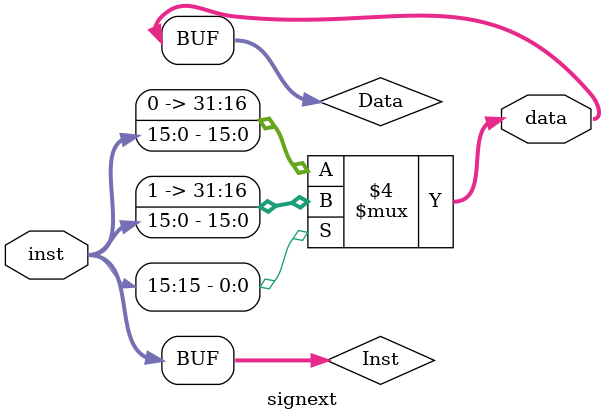
<source format=v>
`timescale 1ns / 1ps


module signext(
    input [15:0] inst,
    output [31:0] data
    );
    reg [31:0] Data;
    reg [15:0] Inst;
    
    always @ (inst)
    begin
        Inst = inst;
        if(Inst[15] == 1'b1)
            Data = {16'hffff, Inst};
        else 
            Data = {16'h0000, Inst};
    end
    assign data = Data;
endmodule

</source>
